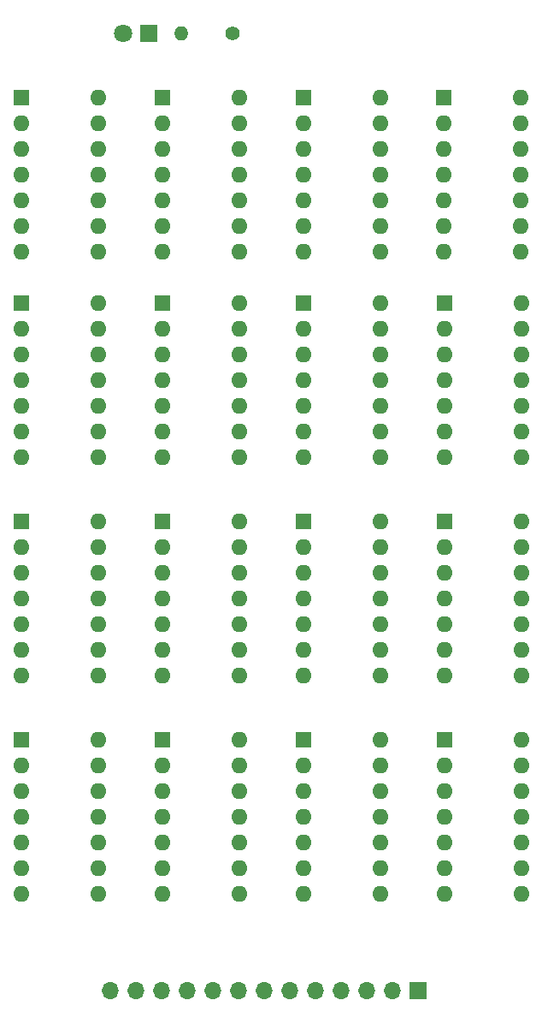
<source format=gbs>
%TF.GenerationSoftware,KiCad,Pcbnew,(6.0.9)*%
%TF.CreationDate,2025-06-18T12:23:39-04:00*%
%TF.ProjectId,Seven Segment Display,53657665-6e20-4536-9567-6d656e742044,2*%
%TF.SameCoordinates,Original*%
%TF.FileFunction,Soldermask,Bot*%
%TF.FilePolarity,Negative*%
%FSLAX46Y46*%
G04 Gerber Fmt 4.6, Leading zero omitted, Abs format (unit mm)*
G04 Created by KiCad (PCBNEW (6.0.9)) date 2025-06-18 12:23:39*
%MOMM*%
%LPD*%
G01*
G04 APERTURE LIST*
%ADD10R,1.800000X1.800000*%
%ADD11C,1.800000*%
%ADD12O,1.700000X1.700000*%
%ADD13R,1.700000X1.700000*%
%ADD14R,1.600000X1.600000*%
%ADD15O,1.600000X1.600000*%
%ADD16C,1.400000*%
%ADD17O,1.400000X1.400000*%
G04 APERTURE END LIST*
D10*
%TO.C,D1*%
X127000000Y-33020000D03*
D11*
X124460000Y-33020000D03*
%TD*%
D12*
%TO.C,J1*%
X123185000Y-127705000D03*
X125725000Y-127705000D03*
X128265000Y-127705000D03*
X130805000Y-127705000D03*
X133345000Y-127705000D03*
X135885000Y-127705000D03*
X138425000Y-127705000D03*
X140965000Y-127705000D03*
X143505000Y-127705000D03*
X146045000Y-127705000D03*
X148585000Y-127705000D03*
X151125000Y-127705000D03*
D13*
X153665000Y-127705000D03*
%TD*%
D14*
%TO.C,U1*%
X142245000Y-81285000D03*
D15*
X142245000Y-83825000D03*
X142245000Y-86365000D03*
X142245000Y-88905000D03*
X142245000Y-91445000D03*
X142245000Y-93985000D03*
X142245000Y-96525000D03*
X149865000Y-96525000D03*
X149865000Y-93985000D03*
X149865000Y-91445000D03*
X149865000Y-88905000D03*
X149865000Y-86365000D03*
X149865000Y-83825000D03*
X149865000Y-81285000D03*
%TD*%
D14*
%TO.C,U10*%
X114305000Y-59695000D03*
D15*
X114305000Y-62235000D03*
X114305000Y-64775000D03*
X114305000Y-67315000D03*
X114305000Y-69855000D03*
X114305000Y-72395000D03*
X114305000Y-74935000D03*
X121925000Y-74935000D03*
X121925000Y-72395000D03*
X121925000Y-69855000D03*
X121925000Y-67315000D03*
X121925000Y-64775000D03*
X121925000Y-62235000D03*
X121925000Y-59695000D03*
%TD*%
D14*
%TO.C,U15*%
X142245000Y-102875000D03*
D15*
X142245000Y-105415000D03*
X142245000Y-107955000D03*
X142245000Y-110495000D03*
X142245000Y-113035000D03*
X142245000Y-115575000D03*
X142245000Y-118115000D03*
X149865000Y-118115000D03*
X149865000Y-115575000D03*
X149865000Y-113035000D03*
X149865000Y-110495000D03*
X149865000Y-107955000D03*
X149865000Y-105415000D03*
X149865000Y-102875000D03*
%TD*%
D14*
%TO.C,U4*%
X128275000Y-39375000D03*
D15*
X128275000Y-41915000D03*
X128275000Y-44455000D03*
X128275000Y-46995000D03*
X128275000Y-49535000D03*
X128275000Y-52075000D03*
X128275000Y-54615000D03*
X135895000Y-54615000D03*
X135895000Y-52075000D03*
X135895000Y-49535000D03*
X135895000Y-46995000D03*
X135895000Y-44455000D03*
X135895000Y-41915000D03*
X135895000Y-39375000D03*
%TD*%
D16*
%TO.C,R1*%
X135230000Y-33020000D03*
D17*
X130150000Y-33020000D03*
%TD*%
D14*
%TO.C,U11*%
X128275000Y-102875000D03*
D15*
X128275000Y-105415000D03*
X128275000Y-107955000D03*
X128275000Y-110495000D03*
X128275000Y-113035000D03*
X128275000Y-115575000D03*
X128275000Y-118115000D03*
X135895000Y-118115000D03*
X135895000Y-115575000D03*
X135895000Y-113035000D03*
X135895000Y-110495000D03*
X135895000Y-107955000D03*
X135895000Y-105415000D03*
X135895000Y-102875000D03*
%TD*%
D14*
%TO.C,U8*%
X156215000Y-81285000D03*
D15*
X156215000Y-83825000D03*
X156215000Y-86365000D03*
X156215000Y-88905000D03*
X156215000Y-91445000D03*
X156215000Y-93985000D03*
X156215000Y-96525000D03*
X163835000Y-96525000D03*
X163835000Y-93985000D03*
X163835000Y-91445000D03*
X163835000Y-88905000D03*
X163835000Y-86365000D03*
X163835000Y-83825000D03*
X163835000Y-81285000D03*
%TD*%
D14*
%TO.C,U12*%
X142245000Y-39375000D03*
D15*
X142245000Y-41915000D03*
X142245000Y-44455000D03*
X142245000Y-46995000D03*
X142245000Y-49535000D03*
X142245000Y-52075000D03*
X142245000Y-54615000D03*
X149865000Y-54615000D03*
X149865000Y-52075000D03*
X149865000Y-49535000D03*
X149865000Y-46995000D03*
X149865000Y-44455000D03*
X149865000Y-41915000D03*
X149865000Y-39375000D03*
%TD*%
D14*
%TO.C,U13*%
X156215000Y-102875000D03*
D15*
X156215000Y-105415000D03*
X156215000Y-107955000D03*
X156215000Y-110495000D03*
X156215000Y-113035000D03*
X156215000Y-115575000D03*
X156215000Y-118115000D03*
X163835000Y-118115000D03*
X163835000Y-115575000D03*
X163835000Y-113035000D03*
X163835000Y-110495000D03*
X163835000Y-107955000D03*
X163835000Y-105415000D03*
X163835000Y-102875000D03*
%TD*%
D14*
%TO.C,U2*%
X156215000Y-59695000D03*
D15*
X156215000Y-62235000D03*
X156215000Y-64775000D03*
X156215000Y-67315000D03*
X156215000Y-69855000D03*
X156215000Y-72395000D03*
X156215000Y-74935000D03*
X163835000Y-74935000D03*
X163835000Y-72395000D03*
X163835000Y-69855000D03*
X163835000Y-67315000D03*
X163835000Y-64775000D03*
X163835000Y-62235000D03*
X163835000Y-59695000D03*
%TD*%
D14*
%TO.C,U14*%
X128275000Y-81285000D03*
D15*
X128275000Y-83825000D03*
X128275000Y-86365000D03*
X128275000Y-88905000D03*
X128275000Y-91445000D03*
X128275000Y-93985000D03*
X128275000Y-96525000D03*
X135895000Y-96525000D03*
X135895000Y-93985000D03*
X135895000Y-91445000D03*
X135895000Y-88905000D03*
X135895000Y-86365000D03*
X135895000Y-83825000D03*
X135895000Y-81285000D03*
%TD*%
D14*
%TO.C,U6*%
X114305000Y-102875000D03*
D15*
X114305000Y-105415000D03*
X114305000Y-107955000D03*
X114305000Y-110495000D03*
X114305000Y-113035000D03*
X114305000Y-115575000D03*
X114305000Y-118115000D03*
X121925000Y-118115000D03*
X121925000Y-115575000D03*
X121925000Y-113035000D03*
X121925000Y-110495000D03*
X121925000Y-107955000D03*
X121925000Y-105415000D03*
X121925000Y-102875000D03*
%TD*%
D14*
%TO.C,U7*%
X142245000Y-59695000D03*
D15*
X142245000Y-62235000D03*
X142245000Y-64775000D03*
X142245000Y-67315000D03*
X142245000Y-69855000D03*
X142245000Y-72395000D03*
X142245000Y-74935000D03*
X149865000Y-74935000D03*
X149865000Y-72395000D03*
X149865000Y-69855000D03*
X149865000Y-67315000D03*
X149865000Y-64775000D03*
X149865000Y-62235000D03*
X149865000Y-59695000D03*
%TD*%
D14*
%TO.C,U9*%
X128275000Y-59695000D03*
D15*
X128275000Y-62235000D03*
X128275000Y-64775000D03*
X128275000Y-67315000D03*
X128275000Y-69855000D03*
X128275000Y-72395000D03*
X128275000Y-74935000D03*
X135895000Y-74935000D03*
X135895000Y-72395000D03*
X135895000Y-69855000D03*
X135895000Y-67315000D03*
X135895000Y-64775000D03*
X135895000Y-62235000D03*
X135895000Y-59695000D03*
%TD*%
D14*
%TO.C,U16*%
X114305000Y-81285000D03*
D15*
X114305000Y-83825000D03*
X114305000Y-86365000D03*
X114305000Y-88905000D03*
X114305000Y-91445000D03*
X114305000Y-93985000D03*
X114305000Y-96525000D03*
X121925000Y-96525000D03*
X121925000Y-93985000D03*
X121925000Y-91445000D03*
X121925000Y-88905000D03*
X121925000Y-86365000D03*
X121925000Y-83825000D03*
X121925000Y-81285000D03*
%TD*%
D14*
%TO.C,U3*%
X114305000Y-39375000D03*
D15*
X114305000Y-41915000D03*
X114305000Y-44455000D03*
X114305000Y-46995000D03*
X114305000Y-49535000D03*
X114305000Y-52075000D03*
X114305000Y-54615000D03*
X121925000Y-54615000D03*
X121925000Y-52075000D03*
X121925000Y-49535000D03*
X121925000Y-46995000D03*
X121925000Y-44455000D03*
X121925000Y-41915000D03*
X121925000Y-39375000D03*
%TD*%
D14*
%TO.C,U5*%
X156205000Y-39375000D03*
D15*
X156205000Y-41915000D03*
X156205000Y-44455000D03*
X156205000Y-46995000D03*
X156205000Y-49535000D03*
X156205000Y-52075000D03*
X156205000Y-54615000D03*
X163825000Y-54615000D03*
X163825000Y-52075000D03*
X163825000Y-49535000D03*
X163825000Y-46995000D03*
X163825000Y-44455000D03*
X163825000Y-41915000D03*
X163825000Y-39375000D03*
%TD*%
M02*

</source>
